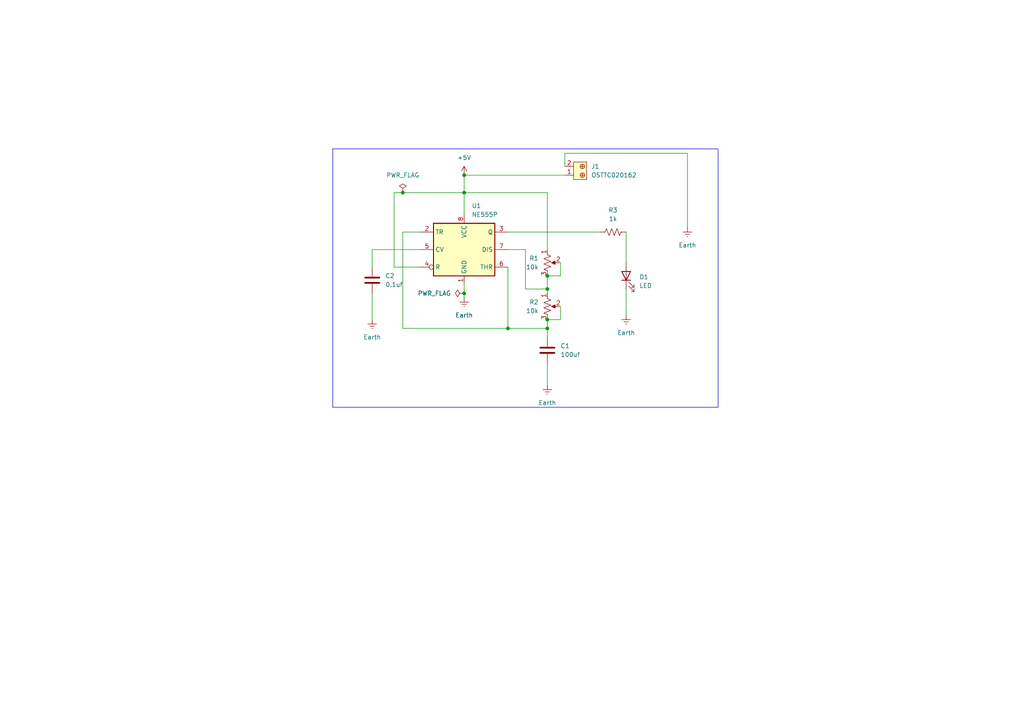
<source format=kicad_sch>
(kicad_sch (version 20231120) (generator "eeschema") (generator_version "8.0")
  (paper "A4")
  (lib_symbols
    (symbol "Device:C" (pin_numbers hide) (pin_names (offset 0.254))
      (property "Reference" "C" (at 0.635 2.54 0))
      (property "Value" "C" (at 0.635 -2.54 0))
      (symbol "C_0_1"
        (polyline (pts (xy -2.032 -0.762) (xy 2.032 -0.762)) (stroke (width 0.508)))
        (polyline (pts (xy -2.032 0.762) (xy 2.032 0.762)) (stroke (width 0.508)))
      )
      (symbol "C_1_1"
        (pin passive line (at 0 3.81 270) (length 2.794) (name "~") (number "1"))
        (pin passive line (at 0 -3.81 90) (length 2.794) (name "~") (number "2"))
      )
    )
    (symbol "Device:LED" (pin_numbers hide) (pin_names (offset 1.016) hide)
      (property "Reference" "D" (at 0 2.54 0))
      (property "Value" "LED" (at 0 -2.54 0))
      (symbol "LED_0_1"
        (polyline (pts (xy -1.27 -1.27) (xy -1.27 1.27)) (stroke (width 0.254)))
        (polyline (pts (xy -1.27 0) (xy 1.27 0)))
        (polyline (pts (xy 1.27 -1.27) (xy 1.27 1.27) (xy -1.27 0) (xy 1.27 -1.27)) (stroke (width 0.254)))
        (polyline (pts (xy -3.048 -0.762) (xy -4.572 -2.286) (xy -3.81 -2.286) (xy -4.572 -2.286) (xy -4.572 -1.524)))
        (polyline (pts (xy -1.778 -0.762) (xy -3.302 -2.286) (xy -2.54 -2.286) (xy -3.302 -2.286) (xy -3.302 -1.524)))
      )
      (symbol "LED_1_1"
        (pin passive line (at -3.81 0 0) (length 2.54) (name "K") (number "1"))
        (pin passive line (at 3.81 0 180) (length 2.54) (name "A") (number "2"))
      )
    )
    (symbol "Device:R_Potentiometer_US" (pin_names (offset 1.016) hide)
      (property "Reference" "RV" (at -4.445 0 90))
      (property "Value" "R_Potentiometer_US" (at -2.54 0 90))
      (symbol "R_Potentiometer_US_0_1"
        (polyline (pts (xy 0 -2.286) (xy 0 -2.54)))
        (polyline (pts (xy 0 2.54) (xy 0 2.286)))
        (polyline (pts (xy 2.54 0) (xy 1.524 0)))
        (polyline (pts (xy 1.143 0) (xy 2.286 0.508) (xy 2.286 -0.508) (xy 1.143 0)) (fill (type outline)))
        (polyline (pts (xy 0 -0.762) (xy 1.016 -1.143) (xy 0 -1.524) (xy -1.016 -1.905) (xy 0 -2.286)))
        (polyline (pts (xy 0 0.762) (xy 1.016 0.381) (xy 0 0) (xy -1.016 -0.381) (xy 0 -0.762)))
        (polyline (pts (xy 0 2.286) (xy 1.016 1.905) (xy 0 1.524) (xy -1.016 1.143) (xy 0 0.762)))
      )
      (symbol "R_Potentiometer_US_1_1"
        (pin passive line (at 0 3.81 270) (length 1.27) (name "1") (number "1"))
        (pin passive line (at 3.81 0 180) (length 1.27) (name "2") (number "2"))
        (pin passive line (at 0 -3.81 90) (length 1.27) (name "3") (number "3"))
      )
    )
    (symbol "Device:R_US" (pin_numbers hide) (pin_names (offset 0))
      (property "Reference" "R" (at 2.54 0 90))
      (property "Value" "R_US" (at -2.54 0 90))
      (symbol "R_US_0_1"
        (polyline (pts (xy 0 -2.286) (xy 0 -2.54)))
        (polyline (pts (xy 0 2.286) (xy 0 2.54)))
        (polyline (pts (xy 0 -0.762) (xy 1.016 -1.143) (xy 0 -1.524) (xy -1.016 -1.905) (xy 0 -2.286)))
        (polyline (pts (xy 0 0.762) (xy 1.016 0.381) (xy 0 0) (xy -1.016 -0.381) (xy 0 -0.762)))
        (polyline (pts (xy 0 2.286) (xy 1.016 1.905) (xy 0 1.524) (xy -1.016 1.143) (xy 0 0.762)))
      )
      (symbol "R_US_1_1"
        (pin passive line (at 0 3.81 270) (length 1.27) (name "~") (number "1"))
        (pin passive line (at 0 -3.81 90) (length 1.27) (name "~") (number "2"))
      )
    )
    (symbol "Timer:NE555P"
      (property "Reference" "U" (at -10.16 8.89 0))
      (property "Value" "NE555P" (at 2.54 8.89 0))
      (symbol "NE555P_0_0"
        (pin power_in line (at 0 -10.16 90) (length 2.54) (name "GND") (number "1"))
        (pin power_in line (at 0 10.16 270) (length 2.54) (name "VCC") (number "8"))
      )
      (symbol "NE555P_0_1"
        (rectangle (start -8.89 -7.62) (end 8.89 7.62) (stroke (width 0.254)) (fill (type background)))
        (rectangle (start -8.89 -7.62) (end 8.89 7.62) (stroke (width 0.254)) (fill (type background)))
      )
      (symbol "NE555P_1_1"
        (pin input line (at -12.7 5.08 0) (length 3.81) (name "TR") (number "2"))
        (pin output line (at 12.7 5.08 180) (length 3.81) (name "Q") (number "3"))
        (pin input inverted (at -12.7 -5.08 0) (length 3.81) (name "R") (number "4"))
        (pin input line (at -12.7 0 0) (length 3.81) (name "CV") (number "5"))
        (pin input line (at 12.7 -5.08 180) (length 3.81) (name "THR") (number "6"))
        (pin input line (at 12.7 0 180) (length 3.81) (name "DIS") (number "7"))
      )
    )
    (symbol "dk_Terminal-Blocks-Wire-to-Board:OSTTC020162" (pin_names (offset 1.016))
      (property "Reference" "J" (at -2.54 1.27 0))
      (property "Value" "OSTTC020162" (at 1.27 -2.54 0))
      (symbol "OSTTC020162_1_1"
        (rectangle (start -1.27 2.54) (end 3.81 -1.27) (fill (type background)))
        (polyline (pts (xy 0 0.635) (xy 0 -0.635)))
        (polyline (pts (xy 0.635 0) (xy -0.635 0)))
        (polyline (pts (xy 1.905 0) (xy 3.175 0)))
        (polyline (pts (xy 2.54 0.635) (xy 2.54 -0.635)))
        (circle (center 0 0) (radius 0.635))
        (circle (center 2.54 0) (radius 0.635))
        (pin passive line (at 0 5.08 270) (length 2.54) (name "~") (number "1"))
        (pin passive line (at 2.54 5.08 270) (length 2.54) (name "~") (number "2"))
      )
    )
    (symbol "power:+5V" (power) (pin_numbers hide) (pin_names (offset 0) hide)
      (property "Value" "+5V" (at 0 3.556 0))
      (symbol "+5V_0_1"
        (polyline (pts (xy -0.762 1.27) (xy 0 2.54)))
        (polyline (pts (xy 0 0) (xy 0 2.54)))
        (polyline (pts (xy 0 2.54) (xy 0.762 1.27)))
      )
      (symbol "+5V_1_1"
        (pin power_in line (at 0 0 90) (length 0) (name "~") (number "1"))
      )
    )
    (symbol "power:Earth" (power) (pin_numbers hide) (pin_names (offset 0) hide)
      (property "Value" "Earth" (at 0 -3.81 0))
      (symbol "Earth_0_1"
        (polyline (pts (xy -0.635 -1.905) (xy 0.635 -1.905)))
        (polyline (pts (xy -0.127 -2.54) (xy 0.127 -2.54)))
        (polyline (pts (xy 0 -1.27) (xy 0 0)))
        (polyline (pts (xy 1.27 -1.27) (xy -1.27 -1.27)))
      )
      (symbol "Earth_1_1"
        (pin power_in line (at 0 0 270) (length 0) (name "~") (number "1"))
      )
    )
    (symbol "power:PWR_FLAG" (power) (pin_numbers hide) (pin_names (offset 0) hide)
      (property "Value" "PWR_FLAG" (at 0 3.81 0))
      (symbol "PWR_FLAG_0_0"
        (pin power_out line (at 0 0 90) (length 0) (name "~") (number "1"))
      )
      (symbol "PWR_FLAG_0_1"
        (polyline (pts (xy 0 0) (xy 0 1.27) (xy -1.016 1.905) (xy 0 2.54) (xy 1.016 1.905) (xy 0 1.27)))
      )
    )
  )
  (junction (at 134.62 55.88))
  (junction (at 158.75 95.25))
  (junction (at 134.62 50.8))
  (junction (at 158.75 80.01))
  (junction (at 147.32 95.25))
  (junction (at 158.75 92.71))
  (junction (at 116.84 55.88))
  (junction (at 134.62 85.09))
  (junction (at 158.75 83.82))
  (wire (pts (xy 147.32 72.39) (xy 152.4 72.39)))
  (wire (pts (xy 181.61 67.31) (xy 181.61 76.2)))
  (wire (pts (xy 107.95 85.09) (xy 107.95 92.71)))
  (wire (pts (xy 134.62 85.09) (xy 134.62 86.36)))
  (wire (pts (xy 158.75 105.41) (xy 158.75 111.76)))
  (wire (pts (xy 121.92 67.31) (xy 116.84 67.31)))
  (wire (pts (xy 114.3 77.47) (xy 114.3 55.88)))
  (wire (pts (xy 116.84 67.31) (xy 116.84 95.25)))
  (wire (pts (xy 147.32 95.25) (xy 158.75 95.25)))
  (wire (pts (xy 162.56 92.71) (xy 158.75 92.71)))
  (wire (pts (xy 107.95 72.39) (xy 107.95 77.47)))
  (wire (pts (xy 134.62 50.8) (xy 134.62 55.88)))
  (wire (pts (xy 163.83 48.26) (xy 163.83 44.45)))
  (wire (pts (xy 158.75 92.71) (xy 158.75 95.25)))
  (wire (pts (xy 147.32 67.31) (xy 173.99 67.31)))
  (wire (pts (xy 152.4 72.39) (xy 152.4 83.82)))
  (wire (pts (xy 134.62 50.8) (xy 163.83 50.8)))
  (wire (pts (xy 158.75 80.01) (xy 158.75 83.82)))
  (wire (pts (xy 147.32 77.47) (xy 147.32 95.25)))
  (wire (pts (xy 116.84 95.25) (xy 147.32 95.25)))
  (wire (pts (xy 134.62 55.88) (xy 134.62 62.23)))
  (wire (pts (xy 152.4 83.82) (xy 158.75 83.82)))
  (wire (pts (xy 162.56 76.2) (xy 162.56 80.01)))
  (wire (pts (xy 162.56 88.9) (xy 162.56 92.71)))
  (wire (pts (xy 181.61 83.82) (xy 181.61 91.44)))
  (wire (pts (xy 121.92 77.47) (xy 114.3 77.47)))
  (wire (pts (xy 163.83 44.45) (xy 199.39 44.45)))
  (wire (pts (xy 199.39 44.45) (xy 199.39 66.04)))
  (wire (pts (xy 114.3 55.88) (xy 116.84 55.88)))
  (wire (pts (xy 158.75 72.39) (xy 158.75 55.88)))
  (wire (pts (xy 158.75 83.82) (xy 158.75 85.09)))
  (wire (pts (xy 162.56 80.01) (xy 158.75 80.01)))
  (wire (pts (xy 158.75 95.25) (xy 158.75 97.79)))
  (wire (pts (xy 121.92 72.39) (xy 107.95 72.39)))
  (wire (pts (xy 134.62 82.55) (xy 134.62 85.09)))
  (wire (pts (xy 158.75 55.88) (xy 134.62 55.88)))
  (wire (pts (xy 116.84 55.88) (xy 134.62 55.88)))
  (rectangle (start 96.52 43.18) (end 208.28 118.11))
  (symbol (lib_id "Device:LED") (at 181.61 80.01 90) (unit 1)
    (property "Reference" "D1" (at 185.42 80.3274 90) (effects (justify right)))
    (property "Value" "LED" (at 185.42 82.8674 90) (effects (justify right)))
    (property "Footprint" "LED_THT:LED_D5.0mm" (effects (hide yes)))
    (property "Description" "Light emitting diode" (effects (hide yes)))
  )
  (symbol (lib_id "power:Earth") (at 181.61 91.44 0) (unit 1)
    (property "Reference" "#PWR02" (effects (hide yes)))
    (property "Value" "Earth" (at 181.61 96.52 0))
    (property "Description" "Power symbol creates a global label with name \"Earth\"" (effects (hide yes)))
  )
  (symbol (lib_id "Device:R_Potentiometer_US") (at 158.75 76.2 0) (unit 1)
    (property "Reference" "R1" (at 156.21 74.9299 0) (effects (justify right)))
    (property "Value" "10k" (at 156.21 77.4699 0) (effects (justify right)))
    (property "Footprint" "Potentiometer_THT:Potentiometer_Alps_RK163_Single_Horizontal" (effects (hide yes)))
    (property "Description" "Potentiometer, US symbol" (effects (hide yes)))
  )
  (symbol (lib_id "Device:R_US") (at 177.8 67.31 90) (unit 1)
    (property "Reference" "R3" (at 177.8 60.96 90))
    (property "Value" "1k" (at 177.8 63.5 90))
    (property "Footprint" "Resistor_THT:R_Axial_DIN0204_L3.6mm_D1.6mm_P5.08mm_Horizontal" (effects (hide yes)))
    (property "Description" "Resistor, US symbol" (effects (hide yes)))
  )
  (symbol (lib_id "power:Earth") (at 199.39 66.04 0) (unit 1)
    (property "Reference" "#PWR06" (effects (hide yes)))
    (property "Value" "Earth" (at 199.39 71.12 0))
    (property "Description" "Power symbol creates a global label with name \"Earth\"" (effects (hide yes)))
  )
  (symbol (lib_id "power:Earth") (at 107.95 92.71 0) (unit 1)
    (property "Reference" "#PWR04" (effects (hide yes)))
    (property "Value" "Earth" (at 107.95 97.79 0))
    (property "Description" "Power symbol creates a global label with name \"Earth\"" (effects (hide yes)))
  )
  (symbol (lib_id "Device:C") (at 107.95 81.28 0) (unit 1)
    (property "Reference" "C2" (at 111.76 80.0099 0) (effects (justify left)))
    (property "Value" "0.1uf" (at 111.76 82.5499 0) (effects (justify left)))
    (property "Footprint" "Capacitor_THT:CP_Radial_D5.0mm_P2.50mm" (effects (hide yes)))
    (property "Description" "Unpolarized capacitor" (effects (hide yes)))
  )
  (symbol (lib_id "power:PWR_FLAG") (at 134.62 85.09 90) (unit 1)
    (property "Reference" "#FLG02" (effects (hide yes)))
    (property "Value" "PWR_FLAG" (at 130.81 85.0899 90) (effects (justify left)))
    (property "Description" "Special symbol for telling ERC where power comes from" (effects (hide yes)))
  )
  (symbol (lib_id "dk_Terminal-Blocks-Wire-to-Board:OSTTC020162") (at 168.91 50.8 90) (unit 1)
    (property "Reference" "J1" (at 171.45 48.2599 90) (effects (justify right)))
    (property "Value" "OSTTC020162" (at 171.45 50.7999 90) (effects (justify right)))
    (property "Footprint" "TerminalBlock:TerminalBlock_Altech_AK300-2_P5.00mm" (effects (hide yes)))
    (property "Datasheet" "http://www.on-shore.com/wp-content/uploads/OSTTCXX0162.pdf" (effects (hide yes)))
    (property "Digi-Key_PN" "ED2600-ND" (effects (hide yes)))
    (property "MPN" "OSTTC020162" (effects (hide yes)))
    (property "Category" "Connectors, Interconnects" (effects (hide yes)))
    (property "Family" "Terminal Blocks - Wire to Board" (effects (hide yes)))
    (property "DK_Datasheet_Link" "http://www.on-shore.com/wp-content/uploads/OSTTCXX0162.pdf" (effects (hide yes)))
    (property "DK_Detail_Page" "/product-detail/en/on-shore-technology-inc/OSTTC020162/ED2600-ND/614549" (effects (hide yes)))
    (property "Description_1" "TERM BLK 2POS SIDE ENTRY 5MM PCB" (effects (hide yes)))
    (property "Manufacturer" "On Shore Technology Inc." (effects (hide yes)))
    (property "Status" "Active" (effects (hide yes)))
  )
  (symbol (lib_id "power:PWR_FLAG") (at 116.84 55.88 0) (unit 1)
    (property "Reference" "#FLG01" (effects (hide yes)))
    (property "Value" "PWR_FLAG" (at 116.84 50.8 0))
    (property "Description" "Special symbol for telling ERC where power comes from" (effects (hide yes)))
  )
  (symbol (lib_id "Device:R_Potentiometer_US") (at 158.75 88.9 0) (unit 1)
    (property "Reference" "R2" (at 156.21 87.6299 0) (effects (justify right)))
    (property "Value" "10k" (at 156.21 90.1699 0) (effects (justify right)))
    (property "Footprint" "Potentiometer_THT:Potentiometer_Alps_RK163_Single_Horizontal" (effects (hide yes)))
    (property "Description" "Potentiometer, US symbol" (effects (hide yes)))
  )
  (symbol (lib_id "power:Earth") (at 134.62 86.36 0) (unit 1)
    (property "Reference" "#PWR01" (effects (hide yes)))
    (property "Value" "Earth" (at 134.62 91.44 0))
    (property "Description" "Power symbol creates a global label with name \"Earth\"" (effects (hide yes)))
  )
  (symbol (lib_id "Timer:NE555P") (at 134.62 72.39 0) (unit 1)
    (property "Reference" "U1" (at 136.8141 59.69 0) (effects (justify left)))
    (property "Value" "NE555P" (at 136.8141 62.23 0) (effects (justify left)))
    (property "Footprint" "Package_DIP:DIP-8_W7.62mm" (effects (hide yes)))
    (property "Datasheet" "http://www.ti.com/lit/ds/symlink/ne555.pdf" (effects (hide yes)))
    (property "Description" "Precision Timers, 555 compatible,  PDIP-8" (effects (hide yes)))
  )
  (symbol (lib_id "power:Earth") (at 158.75 111.76 0) (unit 1)
    (property "Reference" "#PWR05" (effects (hide yes)))
    (property "Value" "Earth" (at 158.75 116.84 0))
    (property "Description" "Power symbol creates a global label with name \"Earth\"" (effects (hide yes)))
  )
  (symbol (lib_id "Device:C") (at 158.75 101.6 0) (unit 1)
    (property "Reference" "C1" (at 162.56 100.3299 0) (effects (justify left)))
    (property "Value" "100uf" (at 162.56 102.8699 0) (effects (justify left)))
    (property "Footprint" "Capacitor_THT:CP_Radial_D5.0mm_P2.50mm" (effects (hide yes)))
    (property "Description" "Unpolarized capacitor" (effects (hide yes)))
  )
  (symbol (lib_id "power:+5V") (at 134.62 50.8 0) (unit 1)
    (property "Reference" "#PWR03" (effects (hide yes)))
    (property "Value" "+5V" (at 134.62 45.72 0))
    (property "Description" "Power symbol creates a global label with name \"+5V\"" (effects (hide yes)))
  )
)
</source>
